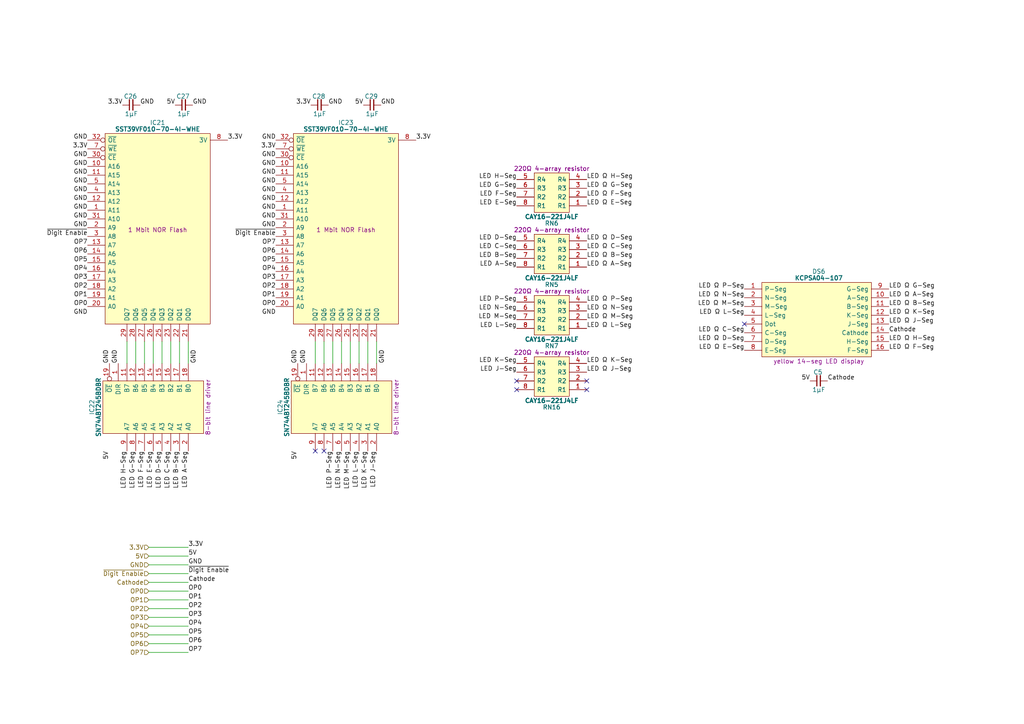
<source format=kicad_sch>
(kicad_sch (version 20231120) (generator "eeschema") (generator_version "8.0")
  (paper "A4")
  (title_block (title "W65C816 Opode Display") (date "2025-01-13") (rev "V0"))
  (lib_symbols
    (symbol "Bourns:CAY16-221J4LF" (pin_names (offset 0.762))
      (property "Reference" "RN" (at 10.16 5.08 0))
      (property "Value" "CAY16-221J4LF" (at 10.16 3.175 0))
      (property "Description" "220Ω 4-array resistor" (at 10.16 -10.795 0))
      (symbol "CAY16-221J4LF_0_0"
        (pin passive line (at 0 0 0) (length 5.08) (name "R1") (number "1"))
        (pin passive line (at 0 -2.54 0) (length 5.08) (name "R2") (number "2"))
        (pin passive line (at 0 -5.08 0) (length 5.08) (name "R3") (number "3"))
        (pin passive line (at 0 -7.62 0) (length 5.08) (name "R4") (number "4"))
        (pin passive line (at 20.32 -7.62 180) (length 5.08) (name "R4") (number "5"))
        (pin passive line (at 20.32 -5.08 180) (length 5.08) (name "R3") (number "6"))
        (pin passive line (at 20.32 -2.54 180) (length 5.08) (name "R2") (number "7"))
        (pin passive line (at 20.32 0 180) (length 5.08) (name "R1") (number "8"))
      )
      (symbol "CAY16-221J4LF_0_1"
        (polyline (pts (xy 5.08 1.905) (xy 15.24 1.905) (xy 15.24 -9.525) (xy 5.08 -9.525) (xy 5.08 1.905)) (stroke (width 0.1524)) (fill (type background)))
      )
    )
    (symbol "HCP65:C_0805" (pin_numbers hide) (pin_names (offset 0.254) hide)
      (property "Reference" "C" (at 2.286 2.54 0))
      (property "Value" "?μF" (at 2.54 -2.54 0))
      (symbol "C_0805_0_1"
        (polyline (pts (xy 1.9685 -1.4605) (xy 1.9685 1.5875)) (stroke (width 0.3048)))
        (polyline (pts (xy 2.9845 -1.4605) (xy 2.9845 1.5875)) (stroke (width 0.3302)))
      )
      (symbol "C_0805_1_1"
        (pin passive line (at 0 0 0) (length 2.032) (name "~") (number "1"))
        (pin passive line (at 5.08 0 180) (length 2.032) (name "~") (number "2"))
      )
    )
    (symbol "Kingbright:KCPSA04-107" (pin_names (offset 0.762))
      (property "Reference" "DS" (at 21.59 5.08 0))
      (property "Value" "KCPSA04-107" (at 21.59 3.175 0))
      (property "Description" "yellow 14-seg LED display" (at 21.59 -20.955 0))
      (symbol "KCPSA04-107_0_1"
        (polyline (pts (xy 5.08 1.905) (xy 36.83 1.905) (xy 36.83 -19.685) (xy 5.08 -19.685) (xy 5.08 1.905)) (stroke (width 0.1524)) (fill (type background)))
      )
      (symbol "KCPSA04-107_1_0"
        (pin passive line (at 0 0 0) (length 5.08) (name "P-Seg") (number "1"))
        (pin passive line (at 41.91 -2.54 180) (length 5.08) (name "A-Seg") (number "10"))
        (pin passive line (at 41.91 -5.08 180) (length 5.08) (name "B-Seg") (number "11"))
        (pin passive line (at 41.91 -7.62 180) (length 5.08) (name "K-Seg") (number "12"))
        (pin passive line (at 41.91 -10.16 180) (length 5.08) (name "J-Seg") (number "13"))
        (pin passive line (at 41.91 -12.7 180) (length 5.08) (name "Cathode") (number "14"))
        (pin passive line (at 41.91 -15.24 180) (length 5.08) (name "H-Seg") (number "15"))
        (pin passive line (at 41.91 -17.78 180) (length 5.08) (name "F-Seg") (number "16"))
        (pin passive line (at 0 -2.54 0) (length 5.08) (name "N-Seg") (number "2"))
        (pin passive line (at 0 -5.08 0) (length 5.08) (name "M-Seg") (number "3"))
        (pin passive line (at 0 -7.62 0) (length 5.08) (name "L-Seg") (number "4"))
        (pin passive line (at 0 -10.16 0) (length 5.08) (name "Dot") (number "5"))
        (pin passive line (at 0 -12.7 0) (length 5.08) (name "C-Seg") (number "6"))
        (pin passive line (at 0 -15.24 0) (length 5.08) (name "D-Seg") (number "7"))
        (pin passive line (at 0 -17.78 0) (length 5.08) (name "E-Seg") (number "8"))
        (pin passive line (at 41.91 0 180) (length 5.08) (name "G-Seg") (number "9"))
      )
    )
    (symbol "Microchip:SST39VF010-70-4I-WHE" (pin_names (offset 0.762))
      (property "Reference" "IC" (at 20.32 5.08 0))
      (property "Value" "SST39VF010-70-4I-WHE" (at 20.32 3.175 0))
      (property "Description" "1 Mbit NOR Flash" (at 20.32 -26.035 0))
      (symbol "SST39VF010-70-4I-WHE_0_0"
        (pin input line (at 0 -20.32 0) (length 5.08) (name "A11") (number "1"))
        (pin input line (at 0 -7.62 0) (length 5.08) (name "A16") (number "10"))
        (pin input line (at 0 -10.16 0) (length 5.08) (name "A15") (number "11"))
        (pin input line (at 0 -17.78 0) (length 5.08) (name "A12") (number "12"))
        (pin input line (at 0 -30.48 0) (length 5.08) (name "A7") (number "13"))
        (pin input line (at 0 -33.02 0) (length 5.08) (name "A6") (number "14"))
        (pin input line (at 0 -35.56 0) (length 5.08) (name "A5") (number "15"))
        (pin input line (at 0 -38.1 0) (length 5.08) (name "A4") (number "16"))
        (pin input line (at 0 -40.64 0) (length 5.08) (name "A3") (number "17"))
        (pin input line (at 0 -43.18 0) (length 5.08) (name "A2") (number "18"))
        (pin input line (at 0 -45.72 0) (length 5.08) (name "A1") (number "19"))
        (pin input line (at 0 -25.4 0) (length 5.08) (name "A9") (number "2"))
        (pin input line (at 0 -48.26 0) (length 5.08) (name "A0") (number "20"))
        (pin tri_state line (at 29.21 -58.42 90) (length 5.08) (name "DQ0") (number "21"))
        (pin tri_state line (at 26.67 -58.42 90) (length 5.08) (name "DQ1") (number "22"))
        (pin tri_state line (at 24.13 -58.42 90) (length 5.08) (name "DQ2") (number "23"))
        (pin tri_state line (at 21.59 -58.42 90) (length 5.08) (name "DQ3") (number "25"))
        (pin tri_state line (at 19.05 -58.42 90) (length 5.08) (name "DQ4") (number "26"))
        (pin tri_state line (at 16.51 -58.42 90) (length 5.08) (name "DQ5") (number "27"))
        (pin tri_state line (at 13.97 -58.42 90) (length 5.08) (name "DQ6") (number "28"))
        (pin tri_state line (at 11.43 -58.42 90) (length 5.08) (name "DQ7") (number "29"))
        (pin input line (at 0 -27.94 0) (length 5.08) (name "A8") (number "3"))
        (pin input line (at 0 -22.86 0) (length 5.08) (name "A10") (number "31"))
        (pin input line (at 0 -15.24 0) (length 5.08) (name "A13") (number "4"))
        (pin input line (at 0 -12.7 0) (length 5.08) (name "A14") (number "5"))
      )
      (symbol "SST39VF010-70-4I-WHE_0_1"
        (polyline (pts (xy 5.08 1.905) (xy 35.56 1.905) (xy 35.56 -53.34) (xy 5.08 -53.34) (xy 5.08 1.905)) (stroke (width 0.1524)) (fill (type background)))
      )
      (symbol "SST39VF010-70-4I-WHE_1_0"
        (pin passive line (at 0 -50.8 0) (length 5.08) hide (name "GND") (number "24"))
        (pin input inverted (at 0 -5.08 0) (length 5.08) (name "~{CE}") (number "30"))
        (pin input inverted (at 0 0 0) (length 5.08) (name "~{OE}") (number "32"))
        (pin no_connect line (at 40.64 -5.08 180) (length 5.08) hide (name "N.C.") (number "6"))
        (pin input inverted (at 0 -2.54 0) (length 5.08) (name "~{WE}") (number "7"))
        (pin passive line (at 40.64 0 180) (length 5.08) (name "3V") (number "8"))
        (pin no_connect line (at 40.64 -2.54 180) (length 5.08) hide (name "N.C.") (number "9"))
      )
    )
    (symbol "Texas_Instruments:SN74ABT245BDBR" (pin_names (offset 0.762))
      (property "Reference" "IC" (at 12.7 5.08 0))
      (property "Value" "SN74ABT245BDBR" (at 12.7 3.175 0))
      (property "Description" "8-bit line driver" (at 12.7 -28.575 0))
      (symbol "SN74ABT245BDBR_0_0"
        (pin input line (at 0 -2.54 0) (length 5.08) (name "DIR") (number "1"))
        (pin passive line (at 0 -25.4 0) (length 5.08) hide (name "GND") (number "10"))
        (pin tri_state line (at 0 -5.08 0) (length 5.08) (name "B7") (number "11"))
        (pin tri_state line (at 0 -7.62 0) (length 5.08) (name "B6") (number "12"))
        (pin tri_state line (at 0 -10.16 0) (length 5.08) (name "B5") (number "13"))
        (pin tri_state line (at 0 -12.7 0) (length 5.08) (name "B4") (number "14"))
        (pin tri_state line (at 0 -15.24 0) (length 5.08) (name "B3") (number "15"))
        (pin tri_state line (at 0 -17.78 0) (length 5.08) (name "B2") (number "16"))
        (pin tri_state line (at 0 -20.32 0) (length 5.08) (name "B1") (number "17"))
        (pin tri_state line (at 0 -22.86 0) (length 5.08) (name "B0") (number "18"))
        (pin input inverted (at 0 0 0) (length 5.08) (name "~{OE}") (number "19"))
        (pin tri_state line (at 25.4 -22.86 180) (length 5.08) (name "A0") (number "2"))
        (pin passive line (at 25.4 0 180) (length 5.08) hide (name "5V") (number "20"))
        (pin tri_state line (at 25.4 -20.32 180) (length 5.08) (name "A1") (number "3"))
        (pin tri_state line (at 25.4 -17.78 180) (length 5.08) (name "A2") (number "4"))
        (pin tri_state line (at 25.4 -15.24 180) (length 5.08) (name "A3") (number "5"))
        (pin tri_state line (at 25.4 -12.7 180) (length 5.08) (name "A4") (number "6"))
        (pin tri_state line (at 25.4 -10.16 180) (length 5.08) (name "A5") (number "7"))
        (pin tri_state line (at 25.4 -7.62 180) (length 5.08) (name "A6") (number "8"))
        (pin tri_state line (at 25.4 -5.08 180) (length 5.08) (name "A7") (number "9"))
      )
      (symbol "SN74ABT245BDBR_0_1"
        (polyline (pts (xy 5.08 1.905) (xy 20.32 1.905) (xy 20.32 -27.305) (xy 5.08 -27.305) (xy 5.08 1.905)) (stroke (width 0.1524)) (fill (type background)))
      )
    )
  )
  (no_connect (at 149.86 113.03))
  (no_connect (at 91.44 130.81))
  (no_connect (at 215.9 93.98))
  (no_connect (at 170.18 113.03))
  (no_connect (at 170.18 110.49))
  (no_connect (at 93.98 130.81))
  (no_connect (at 149.86 110.49))
  (wire (pts (xy 41.91 105.41) (xy 41.91 99.06)))
  (wire (pts (xy 43.18 176.53) (xy 54.61 176.53)))
  (wire (pts (xy 96.52 105.41) (xy 96.52 99.06)))
  (wire (pts (xy 49.53 105.41) (xy 49.53 99.06)))
  (wire (pts (xy 43.18 163.83) (xy 54.61 163.83)))
  (wire (pts (xy 43.18 161.29) (xy 54.61 161.29)))
  (wire (pts (xy 46.99 105.41) (xy 46.99 99.06)))
  (wire (pts (xy 43.18 166.37) (xy 54.61 166.37)))
  (wire (pts (xy 44.45 105.41) (xy 44.45 99.06)))
  (wire (pts (xy 43.18 171.45) (xy 54.61 171.45)))
  (wire (pts (xy 54.61 105.41) (xy 54.61 99.06)))
  (wire (pts (xy 106.68 105.41) (xy 106.68 99.06)))
  (wire (pts (xy 43.18 184.15) (xy 54.61 184.15)))
  (wire (pts (xy 43.18 189.23) (xy 54.61 189.23)))
  (wire (pts (xy 104.14 105.41) (xy 104.14 99.06)))
  (wire (pts (xy 99.06 105.41) (xy 99.06 99.06)))
  (wire (pts (xy 91.44 105.41) (xy 91.44 99.06)))
  (wire (pts (xy 43.18 173.99) (xy 54.61 173.99)))
  (wire (pts (xy 36.83 105.41) (xy 36.83 99.06)))
  (wire (pts (xy 39.37 105.41) (xy 39.37 99.06)))
  (wire (pts (xy 43.18 168.91) (xy 54.61 168.91)))
  (wire (pts (xy 43.18 181.61) (xy 54.61 181.61)))
  (wire (pts (xy 43.18 158.75) (xy 54.61 158.75)))
  (wire (pts (xy 43.18 186.69) (xy 54.61 186.69)))
  (wire (pts (xy 52.07 105.41) (xy 52.07 99.06)))
  (wire (pts (xy 93.98 105.41) (xy 93.98 99.06)))
  (wire (pts (xy 43.18 179.07) (xy 54.61 179.07)))
  (wire (pts (xy 101.6 105.41) (xy 101.6 99.06)))
  (wire (pts (xy 109.22 105.41) (xy 109.22 99.06)))
  (label "LED J-Seg" (at 109.22 130.81 270))
  (label "GND" (at 80.01 55.88 180))
  (label "GND" (at 95.25 30.48 0))
  (label "5V" (at 31.75 130.81 270))
  (label "LED Ω A-Seg" (at 170.18 77.47 0))
  (label "OP3" (at 54.61 179.07 0))
  (label "GND" (at 80.01 40.64 180))
  (label "LED M-Seg" (at 101.6 130.81 270))
  (label "5V" (at 50.8 30.48 180))
  (label "LED Ω N-Seg" (at 215.9 86.36 180))
  (label "GND" (at 25.4 66.04 180))
  (label "GND" (at 57.15 105.41 90))
  (label "Cathode" (at 240.03 110.49 0))
  (label "GND" (at 25.4 50.8 180))
  (label "3.3V" (at 66.04 40.64 0))
  (label "GND" (at 25.4 48.26 180))
  (label "GND" (at 80.01 50.8 180))
  (label "LED Ω M-Seg" (at 215.9 88.9 180))
  (label "LED K-Seg" (at 106.68 130.81 270))
  (label "LED N-Seg" (at 99.06 130.81 270))
  (label "OP3" (at 80.01 81.28 180))
  (label "LED A-Seg" (at 54.61 130.81 270))
  (label "OP6" (at 54.61 186.69 0))
  (label "LED Ω L-Seg" (at 215.9 91.44 180))
  (label "LED K-Seg" (at 149.86 105.41 180))
  (label "LED E-Seg" (at 149.86 59.69 180))
  (label "~{Digit Enable}" (at 80.01 68.58 180))
  (label "LED N-Seg" (at 149.86 90.17 180))
  (label "OP2" (at 25.4 83.82 180))
  (label "GND" (at 25.4 40.64 180))
  (label "LED Ω A-Seg" (at 257.81 86.36 0))
  (label "LED E-Seg" (at 44.45 130.81 270))
  (label "GND" (at 25.4 91.44 180))
  (label "OP3" (at 25.4 81.28 180))
  (label "LED F-Seg" (at 41.91 130.81 270))
  (label "~{Digit Enable}" (at 25.4 68.58 180))
  (label "OP5" (at 54.61 184.15 0))
  (label "LED Ω L-Seg" (at 170.18 95.25 0))
  (label "GND" (at 110.49 30.48 0))
  (label "GND" (at 25.4 63.5 180))
  (label "LED Ω F-Seg" (at 170.18 57.15 0))
  (label "OP2" (at 54.61 176.53 0))
  (label "Cathode" (at 54.61 168.91 0))
  (label "LED D-Seg" (at 149.86 69.85 180))
  (label "OP1" (at 25.4 86.36 180))
  (label "LED Ω H-Seg" (at 170.18 52.07 0))
  (label "LED Ω D-Seg" (at 170.18 69.85 0))
  (label "OP5" (at 80.01 76.2 180))
  (label "OP7" (at 25.4 71.12 180))
  (label "GND" (at 40.64 30.48 0))
  (label "LED P-Seg" (at 149.86 87.63 180))
  (label "GND" (at 111.76 105.41 90))
  (label "GND" (at 25.4 45.72 180))
  (label "OP4" (at 54.61 181.61 0))
  (label "3.3V" (at 54.61 158.75 0))
  (label "LED B-Seg" (at 149.86 74.93 180))
  (label "GND" (at 55.88 30.48 0))
  (label "Cathode" (at 257.81 96.52 0))
  (label "LED Ω G-Seg" (at 257.81 83.82 0))
  (label "GND" (at 80.01 53.34 180))
  (label "GND" (at 25.4 53.34 180))
  (label "LED Ω G-Seg" (at 170.18 54.61 0))
  (label "LED Ω B-Seg" (at 257.81 88.9 0))
  (label "GND" (at 80.01 58.42 180))
  (label "LED Ω D-Seg" (at 215.9 99.06 180))
  (label "GND" (at 80.01 91.44 180))
  (label "OP7" (at 54.61 189.23 0))
  (label "LED Ω P-Seg" (at 170.18 87.63 0))
  (label "GND" (at 54.61 163.83 0))
  (label "GND" (at 80.01 63.5 180))
  (label "LED H-Seg" (at 149.86 52.07 180))
  (label "OP4" (at 80.01 78.74 180))
  (label "GND" (at 25.4 58.42 180))
  (label "LED Ω J-Seg" (at 257.81 93.98 0))
  (label "LED L-Seg" (at 104.14 130.81 270))
  (label "LED C-Seg" (at 49.53 130.81 270))
  (label "LED Ω K-Seg" (at 257.81 91.44 0))
  (label "GND" (at 80.01 66.04 180))
  (label "5V" (at 54.61 161.29 0))
  (label "LED A-Seg" (at 149.86 77.47 180))
  (label "LED Ω F-Seg" (at 257.81 101.6 0))
  (label "LED D-Seg" (at 46.99 130.81 270))
  (label "LED Ω C-Seg" (at 215.9 96.52 180))
  (label "OP7" (at 80.01 71.12 180))
  (label "OP2" (at 80.01 83.82 180))
  (label "OP6" (at 80.01 73.66 180))
  (label "OP1" (at 80.01 86.36 180))
  (label "LED H-Seg" (at 36.83 130.81 270))
  (label "LED M-Seg" (at 149.86 92.71 180))
  (label "LED C-Seg" (at 149.86 72.39 180))
  (label "OP5" (at 25.4 76.2 180))
  (label "3.3V" (at 35.56 30.48 180))
  (label "~{Digit Enable}" (at 54.61 166.37 0))
  (label "LED Ω M-Seg" (at 170.18 92.71 0))
  (label "GND" (at 25.4 60.96 180))
  (label "5V" (at 105.41 30.48 180))
  (label "OP4" (at 25.4 78.74 180))
  (label "LED Ω K-Seg" (at 170.18 105.41 0))
  (label "GND" (at 86.36 105.41 90))
  (label "LED Ω C-Seg" (at 170.18 72.39 0))
  (label "OP1" (at 54.61 173.99 0))
  (label "OP0" (at 54.61 171.45 0))
  (label "5V" (at 86.36 130.81 270))
  (label "LED Ω E-Seg" (at 215.9 101.6 180))
  (label "3.3V" (at 25.4 43.18 180))
  (label "GND" (at 31.75 105.41 90))
  (label "GND" (at 80.01 60.96 180))
  (label "LED F-Seg" (at 149.86 57.15 180))
  (label "5V" (at 234.95 110.49 180))
  (label "LED Ω E-Seg" (at 170.18 59.69 0))
  (label "GND" (at 80.01 45.72 180))
  (label "GND" (at 88.9 105.41 90))
  (label "3.3V" (at 120.65 40.64 0))
  (label "GND" (at 80.01 48.26 180))
  (label "LED Ω H-Seg" (at 257.81 99.06 0))
  (label "LED Ω P-Seg" (at 215.9 83.82 180))
  (label "LED L-Seg" (at 149.86 95.25 180))
  (label "LED B-Seg" (at 52.07 130.81 270))
  (label "LED G-Seg" (at 149.86 54.61 180))
  (label "3.3V" (at 90.17 30.48 180))
  (label "OP0" (at 25.4 88.9 180))
  (label "3.3V" (at 80.01 43.18 180))
  (label "LED Ω B-Seg" (at 170.18 74.93 0))
  (label "OP6" (at 25.4 73.66 180))
  (label "LED P-Seg" (at 96.52 130.81 270))
  (label "OP0" (at 80.01 88.9 180))
  (label "GND" (at 25.4 55.88 180))
  (label "GND" (at 34.29 105.41 90))
  (label "LED G-Seg" (at 39.37 130.81 270))
  (label "LED Ω N-Seg" (at 170.18 90.17 0))
  (label "LED Ω J-Seg" (at 170.18 107.95 0))
  (label "LED J-Seg" (at 149.86 107.95 180))
  (hierarchical_label "GND" (shape input) (at 43.18 163.83 180))
  (hierarchical_label "OP2" (shape input) (at 43.18 176.53 180))
  (hierarchical_label "OP0" (shape input) (at 43.18 171.45 180))
  (hierarchical_label "OP7" (shape input) (at 43.18 189.23 180))
  (hierarchical_label "OP5" (shape input) (at 43.18 184.15 180))
  (hierarchical_label "~{Digit Enable}" (shape input) (at 43.18 166.37 180))
  (hierarchical_label "5V" (shape input) (at 43.18 161.29 180))
  (hierarchical_label "OP1" (shape input) (at 43.18 173.99 180))
  (hierarchical_label "OP6" (shape input) (at 43.18 186.69 180))
  (hierarchical_label "OP3" (shape input) (at 43.18 179.07 180))
  (hierarchical_label "Cathode" (shape input) (at 43.18 168.91 180))
  (hierarchical_label "3.3V" (shape input) (at 43.18 158.75 180))
  (hierarchical_label "OP4" (shape input) (at 43.18 181.61 180))
  (symbol (lib_id "Bourns:CAY16-221J4LF") (at 170.18 77.47 180) (unit 1)
    (property "Reference" "RN5" (at 160.02 82.55 0))
    (property "Value" "CAY16-221J4LF" (at 160.02 80.645 0) (effects (font (bold yes))))
    (property "Footprint" "SamacSys_Parts:CAY16-F4" (effects (hide yes)))
    (property "Datasheet" "https://www.bourns.com/docs/Product-Datasheets/CATCAY.pdf" (effects (hide yes)))
    (property "Description" "220Ω 4-array resistor" (at 160.02 66.675 0))
    (property "Height" "0.6" (effects (hide yes)))
    (property "Manufacturer_Name" "Bourns" (effects (hide yes)))
    (property "Manufacturer_Part_Number" "CAY16-221J4LF" (effects (hide yes)))
    (property "Mouser Part Number" "652-CAY16-221J4LF" (effects (hide yes)))
    (property "Mouser Price/Stock" "https://www.mouser.co.uk/ProductDetail/Bourns/CAY16-221J4LF?qs=BKfsZh40Pd9sAo64tUrb9Q%3D%3D" (effects (hide yes)))
    (property "Arrow Part Number" "CAY16-221J4LF" (effects (hide yes)))
    (property "Arrow Price/Stock" "https://www.arrow.com/en/products/cay16-221j4lf/bourns?region=nac" (effects (hide yes)))
    (property "Silkscreen" "220Ω" (effects (hide yes)))
    (property "Garbage" "Bourns CAY16 Series 220 +/-5% Isolated SMT Resistor Array, 4 Resistors, 0.25W total 1206 (3216M) package Convex" (effects (hide yes)))
  )
  (symbol (lib_id "HCP65:C_0805") (at 90.17 30.48 0) (unit 1)
    (property "Reference" "C28" (at 92.456 27.94 0))
    (property "Value" "1μF" (at 92.71 33.02 0))
    (property "Footprint" "SamacSys_Parts:C_0805" (effects (hide yes)))
  )
  (symbol (lib_id "HCP65:C_0805") (at 105.41 30.48 0) (unit 1)
    (property "Reference" "C29" (at 107.696 27.94 0))
    (property "Value" "1μF" (at 107.95 33.02 0))
    (property "Footprint" "SamacSys_Parts:C_0805" (effects (hide yes)))
  )
  (symbol (lib_id "Texas_Instruments:SN74ABT245BDBR") (at 31.75 105.41 90) (mirror x) (unit 1)
    (property "Reference" "IC22" (at 26.67 118.11 0))
    (property "Value" "SN74ABT245BDBR" (at 28.575 118.11 0) (effects (font (bold yes))))
    (property "Footprint" "SamacSys_Parts:SOP65P780X200-20N" (effects (hide yes)))
    (property "Datasheet" "http://www.ti.com/lit/gpn/sn74abt245b" (effects (hide yes)))
    (property "Description" "8-bit line driver" (at 60.325 118.11 0))
    (property "Height" "2" (effects (hide yes)))
    (property "Manufacturer_Name" "Texas Instruments" (effects (hide yes)))
    (property "Manufacturer_Part_Number" "SN74ABT245BDBR" (effects (hide yes)))
    (property "Mouser Part Number" "595-SN74ABT245BDBR" (effects (hide yes)))
    (property "Mouser Price/Stock" "https://www.mouser.co.uk/ProductDetail/Texas-Instruments/SN74ABT245BDBR?qs=5nGYs9Do7G0kvriH65mtcg%3D%3D" (effects (hide yes)))
    (property "Silkscreen" "74ABT245" (effects (hide yes)))
  )
  (symbol (lib_id "Texas_Instruments:SN74ABT245BDBR") (at 86.36 105.41 90) (mirror x) (unit 1)
    (property "Reference" "IC24" (at 81.28 118.11 0))
    (property "Value" "SN74ABT245BDBR" (at 83.185 118.11 0) (effects (font (bold yes))))
    (property "Footprint" "SamacSys_Parts:SOP65P780X200-20N" (effects (hide yes)))
    (property "Datasheet" "http://www.ti.com/lit/gpn/sn74abt245b" (effects (hide yes)))
    (property "Description" "8-bit line driver" (at 114.935 118.11 0))
    (property "Height" "2" (effects (hide yes)))
    (property "Manufacturer_Name" "Texas Instruments" (effects (hide yes)))
    (property "Manufacturer_Part_Number" "SN74ABT245BDBR" (effects (hide yes)))
    (property "Mouser Part Number" "595-SN74ABT245BDBR" (effects (hide yes)))
    (property "Mouser Price/Stock" "https://www.mouser.co.uk/ProductDetail/Texas-Instruments/SN74ABT245BDBR?qs=5nGYs9Do7G0kvriH65mtcg%3D%3D" (effects (hide yes)))
    (property "Silkscreen" "74ABT245" (effects (hide yes)))
  )
  (symbol (lib_id "HCP65:C_0805") (at 35.56 30.48 0) (unit 1)
    (property "Reference" "C26" (at 37.846 27.94 0))
    (property "Value" "1μF" (at 38.1 33.02 0))
    (property "Footprint" "SamacSys_Parts:C_0805" (effects (hide yes)))
  )
  (symbol (lib_id "Microchip:SST39VF010-70-4I-WHE") (at 25.4 40.64 0) (unit 1)
    (property "Reference" "IC21" (at 45.72 35.56 0))
    (property "Value" "SST39VF010-70-4I-WHE" (at 45.72 37.465 0) (effects (font (thickness 0.254) (bold yes))))
    (property "Footprint" "SamacSys_Parts:DIP-32_TSSOP_14mm_Adapter" (effects (hide yes)))
    (property "Datasheet" "https://ww1.microchip.com/downloads/en/DeviceDoc/20005023B.pdf" (effects (hide yes)))
    (property "Description" "1 Mbit NOR Flash" (at 45.72 66.675 0))
    (property "Height" "1.2" (effects (hide yes)))
    (property "Manufacturer_Name" "Microchip" (effects (hide yes)))
    (property "Manufacturer_Part_Number" "SST39VF010-70-4I-WHE-T" (effects (hide yes)))
    (property "Mouser Part Number" "579-39VF0107IWHET" (effects (hide yes)))
    (property "Mouser Price/Stock" "https://www.mouser.co.uk/ProductDetail/Microchip-Technology/SST39VF010-70-4I-WHE-T?qs=Ot24P6tC%2FQ4B9oZpWUm8VA%3D%3D" (effects (hide yes)))
    (property "Silkscreen" "SST39VF010-70" (effects (hide yes)))
  )
  (symbol (lib_id "Kingbright:KCPSA04-107") (at 215.9 83.82 0) (unit 1)
    (property "Reference" "DS6" (at 237.49 78.74 0))
    (property "Value" "KCPSA04-107" (at 237.49 80.645 0) (effects (font (thickness 0.254) (bold yes))))
    (property "Footprint" "SamacSys_Parts:KCPSA04107" (effects (hide yes)))
    (property "Datasheet" "https://docs.rs-online.com/7525/0900766b813c9017.pdf" (effects (hide yes)))
    (property "Description" "yellow 14-seg LED display" (at 237.49 104.775 0))
    (property "Height" "4" (effects (hide yes)))
    (property "Manufacturer_Name" "Kingbright" (effects (hide yes)))
    (property "Manufacturer_Part_Number" "KCPSA04-107" (effects (hide yes)))
    (property "Mouser Part Number" "N/A" (effects (hide yes)))
    (property "Mouser Price/Stock" "https://www.mouser.co.uk/ProductDetail/Kingbright/KCPSA04-107?qs=2JU0tDl2GZ1zROqoLKb2zw%3D%3D" (effects (hide yes)))
    (property "Silkscreen" "KCPSA04-107" (effects (hide yes)))
  )
  (symbol (lib_id "Bourns:CAY16-221J4LF") (at 170.18 113.03 180) (unit 1)
    (property "Reference" "RN16" (at 160.02 118.11 0))
    (property "Value" "CAY16-221J4LF" (at 160.02 116.205 0) (effects (font (bold yes))))
    (property "Footprint" "SamacSys_Parts:CAY16-F4" (effects (hide yes)))
    (property "Datasheet" "https://www.bourns.com/docs/Product-Datasheets/CATCAY.pdf" (effects (hide yes)))
    (property "Description" "220Ω 4-array resistor" (at 160.02 102.235 0))
    (property "Height" "0.6" (effects (hide yes)))
    (property "Manufacturer_Name" "Bourns" (effects (hide yes)))
    (property "Manufacturer_Part_Number" "CAY16-221J4LF" (effects (hide yes)))
    (property "Mouser Part Number" "652-CAY16-221J4LF" (effects (hide yes)))
    (property "Mouser Price/Stock" "https://www.mouser.co.uk/ProductDetail/Bourns/CAY16-221J4LF?qs=BKfsZh40Pd9sAo64tUrb9Q%3D%3D" (effects (hide yes)))
    (property "Arrow Part Number" "CAY16-221J4LF" (effects (hide yes)))
    (property "Arrow Price/Stock" "https://www.arrow.com/en/products/cay16-221j4lf/bourns?region=nac" (effects (hide yes)))
    (property "Silkscreen" "220Ω" (effects (hide yes)))
    (property "Garbage" "Bourns CAY16 Series 220 +/-5% Isolated SMT Resistor Array, 4 Resistors, 0.25W total 1206 (3216M) package Convex" (effects (hide yes)))
  )
  (symbol (lib_id "HCP65:C_0805") (at 50.8 30.48 0) (unit 1)
    (property "Reference" "C27" (at 53.086 27.94 0))
    (property "Value" "1μF" (at 53.34 33.02 0))
    (property "Footprint" "SamacSys_Parts:C_0805" (effects (hide yes)))
  )
  (symbol (lib_id "Bourns:CAY16-221J4LF") (at 170.18 59.69 180) (unit 1)
    (property "Reference" "RN6" (at 160.02 64.77 0))
    (property "Value" "CAY16-221J4LF" (at 160.02 62.865 0) (effects (font (bold yes))))
    (property "Footprint" "SamacSys_Parts:CAY16-F4" (effects (hide yes)))
    (property "Datasheet" "https://www.bourns.com/docs/Product-Datasheets/CATCAY.pdf" (effects (hide yes)))
    (property "Description" "220Ω 4-array resistor" (at 160.02 48.895 0))
    (property "Height" "0.6" (effects (hide yes)))
    (property "Manufacturer_Name" "Bourns" (effects (hide yes)))
    (property "Manufacturer_Part_Number" "CAY16-221J4LF" (effects (hide yes)))
    (property "Mouser Part Number" "652-CAY16-221J4LF" (effects (hide yes)))
    (property "Mouser Price/Stock" "https://www.mouser.co.uk/ProductDetail/Bourns/CAY16-221J4LF?qs=BKfsZh40Pd9sAo64tUrb9Q%3D%3D" (effects (hide yes)))
    (property "Arrow Part Number" "CAY16-221J4LF" (effects (hide yes)))
    (property "Arrow Price/Stock" "https://www.arrow.com/en/products/cay16-221j4lf/bourns?region=nac" (effects (hide yes)))
    (property "Silkscreen" "220Ω" (effects (hide yes)))
    (property "Garbage" "Bourns CAY16 Series 220 +/-5% Isolated SMT Resistor Array, 4 Resistors, 0.25W total 1206 (3216M) package Convex" (effects (hide yes)))
  )
  (symbol (lib_id "Microchip:SST39VF010-70-4I-WHE") (at 80.01 40.64 0) (unit 1)
    (property "Reference" "IC23" (at 100.33 35.56 0))
    (property "Value" "SST39VF010-70-4I-WHE" (at 100.33 37.465 0) (effects (font (thickness 0.254) (bold yes))))
    (property "Footprint" "SamacSys_Parts:DIP-32_TSSOP_14mm_Adapter" (effects (hide yes)))
    (property "Datasheet" "https://ww1.microchip.com/downloads/en/DeviceDoc/20005023B.pdf" (effects (hide yes)))
    (property "Description" "1 Mbit NOR Flash" (at 100.33 66.675 0))
    (property "Height" "1.2" (effects (hide yes)))
    (property "Manufacturer_Name" "Microchip" (effects (hide yes)))
    (property "Manufacturer_Part_Number" "SST39VF010-70-4I-WHE-T" (effects (hide yes)))
    (property "Mouser Part Number" "579-39VF0107IWHET" (effects (hide yes)))
    (property "Mouser Price/Stock" "https://www.mouser.co.uk/ProductDetail/Microchip-Technology/SST39VF010-70-4I-WHE-T?qs=Ot24P6tC%2FQ4B9oZpWUm8VA%3D%3D" (effects (hide yes)))
    (property "Silkscreen" "SST39VF010-70" (effects (hide yes)))
  )
  (symbol (lib_id "HCP65:C_0805") (at 234.95 110.49 0) (unit 1)
    (property "Reference" "C5" (at 237.236 107.95 0))
    (property "Value" "1μF" (at 237.49 113.03 0))
    (property "Footprint" "SamacSys_Parts:C_0805" (effects (hide yes)))
  )
  (symbol (lib_id "Bourns:CAY16-221J4LF") (at 170.18 95.25 180) (unit 1)
    (property "Reference" "RN7" (at 160.02 100.33 0))
    (property "Value" "CAY16-221J4LF" (at 160.02 98.425 0) (effects (font (bold yes))))
    (property "Footprint" "SamacSys_Parts:CAY16-F4" (effects (hide yes)))
    (property "Datasheet" "https://www.bourns.com/docs/Product-Datasheets/CATCAY.pdf" (effects (hide yes)))
    (property "Description" "220Ω 4-array resistor" (at 160.02 84.455 0))
    (property "Height" "0.6" (effects (hide yes)))
    (property "Manufacturer_Name" "Bourns" (effects (hide yes)))
    (property "Manufacturer_Part_Number" "CAY16-221J4LF" (effects (hide yes)))
    (property "Mouser Part Number" "652-CAY16-221J4LF" (effects (hide yes)))
    (property "Mouser Price/Stock" "https://www.mouser.co.uk/ProductDetail/Bourns/CAY16-221J4LF?qs=BKfsZh40Pd9sAo64tUrb9Q%3D%3D" (effects (hide yes)))
    (property "Arrow Part Number" "CAY16-221J4LF" (effects (hide yes)))
    (property "Arrow Price/Stock" "https://www.arrow.com/en/products/cay16-221j4lf/bourns?region=nac" (effects (hide yes)))
    (property "Silkscreen" "220Ω" (effects (hide yes)))
    (property "Garbage" "Bourns CAY16 Series 220 +/-5% Isolated SMT Resistor Array, 4 Resistors, 0.25W total 1206 (3216M) package Convex" (effects (hide yes)))
  )
)
</source>
